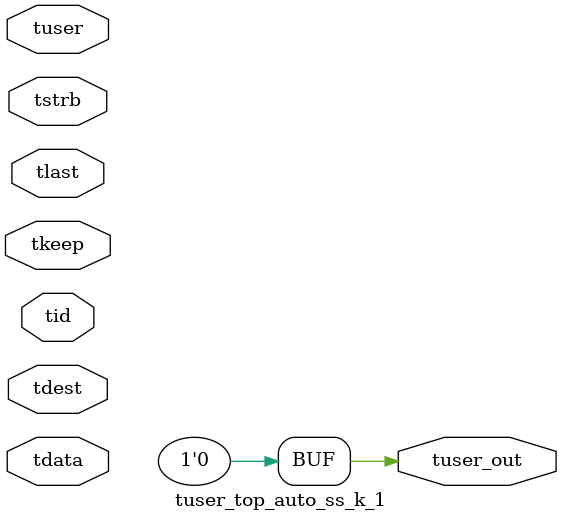
<source format=v>


`timescale 1ps/1ps

module tuser_top_auto_ss_k_1 #
(
parameter C_S_AXIS_TUSER_WIDTH = 1,
parameter C_S_AXIS_TDATA_WIDTH = 32,
parameter C_S_AXIS_TID_WIDTH   = 0,
parameter C_S_AXIS_TDEST_WIDTH = 0,
parameter C_M_AXIS_TUSER_WIDTH = 1
)
(
input  [(C_S_AXIS_TUSER_WIDTH == 0 ? 1 : C_S_AXIS_TUSER_WIDTH)-1:0     ] tuser,
input  [(C_S_AXIS_TDATA_WIDTH == 0 ? 1 : C_S_AXIS_TDATA_WIDTH)-1:0     ] tdata,
input  [(C_S_AXIS_TID_WIDTH   == 0 ? 1 : C_S_AXIS_TID_WIDTH)-1:0       ] tid,
input  [(C_S_AXIS_TDEST_WIDTH == 0 ? 1 : C_S_AXIS_TDEST_WIDTH)-1:0     ] tdest,
input  [(C_S_AXIS_TDATA_WIDTH/8)-1:0 ] tkeep,
input  [(C_S_AXIS_TDATA_WIDTH/8)-1:0 ] tstrb,
input                                                                    tlast,
output [C_M_AXIS_TUSER_WIDTH-1:0] tuser_out
);

assign tuser_out = {1'b0};

endmodule


</source>
